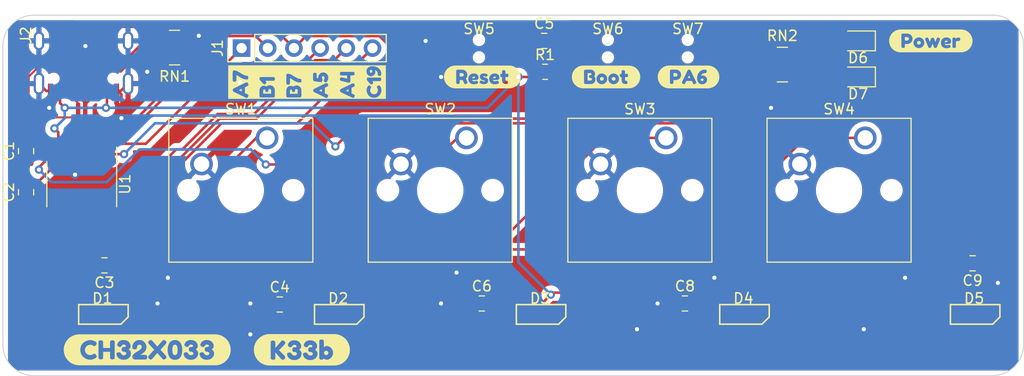
<source format=kicad_pcb>
(kicad_pcb (version 20221018) (generator pcbnew)
  (layers (0 "F.Cu" signal) (31 "B.Cu" signal) (34 "B.Paste" user) (35 "F.Paste" user) (36 "B.SilkS" user "B.Silkscreen") (37 "F.SilkS" user "F.Silkscreen") (38 "B.Mask" user) (39 "F.Mask" user) (44 "Edge.Cuts" user))
  (net 0 "")
  (net 1 "VSS")
  (net 2 "+5V")
  (net 3 "PB7")
  (net 4 "PC3")
  (net 5 "Net-(D1-DOUT)")
  (net 6 "Net-(D2-DOUT)")
  (net 7 "Net-(D3-DOUT)")
  (net 8 "Net-(D4-DOUT)")
  (net 10 "PA7")
  (net 11 "PB1")
  (net 12 "PA5")
  (net 13 "PA4")
  (net 14 "PC19")
  (net 15 "D+")
  (net 16 "D-")
  (net 17 "Net-(R1-Pad2)")
  (net 18 "PA0")
  (net 19 "PA1")
  (net 20 "PA2")
  (net 21 "PA3")
  (net 22 "PA6")
  (net 23 "PC18")
  (net 24 "PA9")
  (net 27 "Net-(J2-CC1)")
  (net 29 "Net-(J2-CC2)")
  (net 33 "Net-(D6-A)")
  (net 34 "Net-(D7-A)")
  (footprint "Capacitor_SMD:C_0805_2012Metric" (layer "F.Cu") (at 118.45 115)
    (fp_text reference "C6" (at 0 -1.68) (layer "F.SilkS"))
    (fp_text value "100nF")
    (pad "1" smd roundrect (at -0.95 0) (size 1 1.45) (layers "F.Cu" "F.Paste" "F.Mask") (net 1 "VSS"))
    (pad "2" smd roundrect (at 0.95 0) (size 1 1.45) (layers "F.Cu" "F.Paste" "F.Mask") (net 2 "+5V"))
  )
  (footprint "UL_LED:SK6812SIDE-A-RVS" (layer "F.Cu") (at 166.2 115.81)
    (fp_text reference "D5" (at 0 -1.3 unlocked) (layer "F.SilkS"))
    (fp_text value "WS2812B")
    (pad "1" smd rect (at -1.7 -0.085) (size 1 0.55) (layers "F.Cu" "F.Paste" "F.Mask") (net 8 "Net-(D4-DOUT)"))
    (pad "1" smd rect (at -1.475 -0.01) (size 0.55 1.2) (layers "F.Cu" "F.Paste" "F.Mask") (net 8 "Net-(D4-DOUT)"))
    (pad "2" smd rect (at -0.35 -0.01) (size 0.7 1.2) (layers "F.Cu" "F.Paste" "F.Mask") (net 2 "+5V"))
    (pad "3" smd rect (at 0.675 -0.01) (size 0.45 1.2) (layers "F.Cu" "F.Paste" "F.Mask"))
    (pad "4" smd rect (at 1.675 -0.01) (size 0.55 1.2) (layers "F.Cu" "F.Paste" "F.Mask") (net 1 "VSS"))
    (pad "4" smd rect (at 1.9 -0.075) (size 1 0.55) (layers "F.Cu" "F.Paste" "F.Mask") (net 1 "VSS"))
  )
  (footprint "UL_LED:SK6812SIDE-A-RVS" (layer "F.Cu") (at 143.825 115.81)
    (fp_text reference "D4" (at 0 -1.3 unlocked) (layer "F.SilkS"))
    (fp_text value "WS2812B")
    (pad "1" smd rect (at -1.7 -0.085) (size 1 0.55) (layers "F.Cu" "F.Paste" "F.Mask") (net 7 "Net-(D3-DOUT)"))
    (pad "1" smd rect (at -1.475 -0.01) (size 0.55 1.2) (layers "F.Cu" "F.Paste" "F.Mask") (net 7 "Net-(D3-DOUT)"))
    (pad "2" smd rect (at -0.35 -0.01) (size 0.7 1.2) (layers "F.Cu" "F.Paste" "F.Mask") (net 2 "+5V"))
    (pad "3" smd rect (at 0.675 -0.01) (size 0.45 1.2) (layers "F.Cu" "F.Paste" "F.Mask") (net 8 "Net-(D4-DOUT)"))
    (pad "4" smd rect (at 1.675 -0.01) (size 0.55 1.2) (layers "F.Cu" "F.Paste" "F.Mask") (net 1 "VSS"))
    (pad "4" smd rect (at 1.9 -0.075) (size 1 0.55) (layers "F.Cu" "F.Paste" "F.Mask") (net 1 "VSS"))
  )
  (footprint "Package_SO:TSSOP-20_4.4x6.5mm_P0.65mm" (layer "F.Cu") (at 79.65 103.4125 -90)
    (fp_text reference "U1" (at 0 -4.2 90) (layer "F.SilkS"))
    (fp_text value "CH32X033F8P6")
    (pad "1" smd roundrect (at -2.8625 -2.925 270) (size 1.475 0.4) (layers "F.Cu" "F.Paste" "F.Mask") (net 22 "PA6"))
    (pad "2" smd roundrect (at -2.8625 -2.275 270) (size 1.475 0.4) (layers "F.Cu" "F.Paste" "F.Mask") (net 10 "PA7"))
    (pad "3" smd roundrect (at -2.8625 -1.625 270) (size 1.475 0.4) (layers "F.Cu" "F.Paste" "F.Mask") (net 11 "PB1"))
    (pad "4" smd roundrect (at -2.8625 -0.975 270) (size 1.475 0.4) (layers "F.Cu" "F.Paste" "F.Mask") (net 3 "PB7"))
    (pad "5" smd roundrect (at -2.8625 -0.325 270) (size 1.475 0.4) (layers "F.Cu" "F.Paste" "F.Mask") (net 16 "D-"))
    (pad "6" smd roundrect (at -2.8625 0.325 270) (size 1.475 0.4) (layers "F.Cu" "F.Paste" "F.Mask") (net 15 "D+"))
    (pad "7" smd roundrect (at -2.8625 0.975 270) (size 1.475 0.4) (layers "F.Cu" "F.Paste" "F.Mask") (net 1 "VSS"))
    (pad "8" smd roundrect (at -2.8625 1.625 270) (size 1.475 0.4) (layers "F.Cu" "F.Paste" "F.Mask") (net 23 "PC18"))
    (pad "9" smd roundrect (at -2.8625 2.275 270) (size 1.475 0.4) (layers "F.Cu" "F.Paste" "F.Mask") (net 2 "+5V"))
    (pad "10" smd roundrect (at -2.8625 2.925 270) (size 1.475 0.4) (layers "F.Cu" "F.Paste" "F.Mask") (net 24 "PA9"))
    (pad "11" smd roundrect (at 2.8625 2.925 270) (size 1.475 0.4) (layers "F.Cu" "F.Paste" "F.Mask"))
    (pad "12" smd roundrect (at 2.8625 2.275 270) (size 1.475 0.4) (layers "F.Cu" "F.Paste" "F.Mask"))
    (pad "13" smd roundrect (at 2.8625 1.625 270) (size 1.475 0.4) (layers "F.Cu" "F.Paste" "F.Mask") (net 4 "PC3"))
    (pad "14" smd roundrect (at 2.8625 0.975 270) (size 1.475 0.4) (layers "F.Cu" "F.Paste" "F.Mask") (net 18 "PA0"))
    (pad "15" smd roundrect (at 2.8625 0.325 270) (size 1.475 0.4) (layers "F.Cu" "F.Paste" "F.Mask") (net 19 "PA1"))
    (pad "16" smd roundrect (at 2.8625 -0.325 270) (size 1.475 0.4) (layers "F.Cu" "F.Paste" "F.Mask") (net 20 "PA2"))
    (pad "17" smd roundrect (at 2.8625 -0.975 270) (size 1.475 0.4) (layers "F.Cu" "F.Paste" "F.Mask") (net 21 "PA3"))
    (pad "18" smd roundrect (at 2.8625 -1.625 270) (size 1.475 0.4) (layers "F.Cu" "F.Paste" "F.Mask") (net 14 "PC19"))
    (pad "19" smd roundrect (at 2.8625 -2.275 270) (size 1.475 0.4) (layers "F.Cu" "F.Paste" "F.Mask") (net 13 "PA4"))
    (pad "20" smd roundrect (at 2.8625 -2.925 270) (size 1.475 0.4) (layers "F.Cu" "F.Paste" "F.Mask") (net 12 "PA5"))
  )
  (footprint "Capacitor_SMD:C_0805_2012Metric" (layer "F.Cu") (at 124.5 89.5)
    (fp_text reference "C5" (at 0 -1.68) (layer "F.SilkS"))
    (fp_text value "100nF")
    (pad "1" smd roundrect (at -0.95 0) (size 1 1.45) (layers "F.Cu" "F.Paste" "F.Mask") (net 3 "PB7"))
    (pad "2" smd roundrect (at 0.95 0) (size 1 1.45) (layers "F.Cu" "F.Paste" "F.Mask") (net 1 "VSS"))
  )
  (footprint "UL_Buttons:TS-1185-C-A-B-B" (layer "F.Cu") (at 130.675 90.25)
    (fp_text reference "SW6" (at 0.01 -1.92 unlocked) (layer "F.SilkS"))
    (fp_text value "Boot")
    (pad "" np_thru_hole circle (at 0 -0.85) (size 0.7 0.7) (drill 0.7) (layers "F&B.Cu" "*.Mask"))
    (pad "" np_thru_hole circle (at 0 0.85) (size 0.7 0.7) (drill 0.7) (layers "F&B.Cu" "*.Mask"))
    (pad "1" smd rect (at -2.075 0) (size 1.25 1.7) (layers "F.Cu" "F.Paste" "F.Mask") (net 15 "D+"))
    (pad "2" smd rect (at 2.075 0) (size 1.25 1.7) (layers "F.Cu" "F.Paste" "F.Mask") (net 17 "Net-(R1-Pad2)"))
  )
  (footprint "Button_Switch_Keyboard:SW_Cherry_MX_1.00u_PCB" (layer "F.Cu") (at 136.32 98.92)
    (fp_text reference "SW3" (at -2.54 -2.794) (layer "F.SilkS"))
    (fp_text value "SW_Push_45deg")
    (pad "" np_thru_hole circle (at -7.62 5.08) (size 1.7 1.7) (drill 1.7) (layers "*.Cu" "*.Mask"))
    (pad "" np_thru_hole circle (at -2.54 5.08) (size 4 4) (drill 4) (layers "*.Cu" "*.Mask"))
    (pad "" np_thru_hole circle (at 2.54 5.08) (size 1.7 1.7) (drill 1.7) (layers "*.Cu" "*.Mask"))
    (pad "1" thru_hole circle (at 0 0) (size 2.2 2.2) (drill 1.5) (layers "*.Cu" "*.Mask") (net 19 "PA1"))
    (pad "2" thru_hole circle (at -6.35 2.54) (size 2.2 2.2) (drill 1.5) (layers "*.Cu" "*.Mask") (net 1 "VSS"))
  )
  (footprint "UL_LED:SK6812SIDE-A-RVS" (layer "F.Cu") (at 124.1 115.81)
    (fp_text reference "D3" (at 0 -1.3 unlocked) (layer "F.SilkS"))
    (fp_text value "WS2812B")
    (pad "1" smd rect (at -1.7 -0.085) (size 1 0.55) (layers "F.Cu" "F.Paste" "F.Mask") (net 6 "Net-(D2-DOUT)"))
    (pad "1" smd rect (at -1.475 -0.01) (size 0.55 1.2) (layers "F.Cu" "F.Paste" "F.Mask") (net 6 "Net-(D2-DOUT)"))
    (pad "2" smd rect (at -0.35 -0.01) (size 0.7 1.2) (layers "F.Cu" "F.Paste" "F.Mask") (net 2 "+5V"))
    (pad "3" smd rect (at 0.675 -0.01) (size 0.45 1.2) (layers "F.Cu" "F.Paste" "F.Mask") (net 7 "Net-(D3-DOUT)"))
    (pad "4" smd rect (at 1.675 -0.01) (size 0.55 1.2) (layers "F.Cu" "F.Paste" "F.Mask") (net 1 "VSS"))
    (pad "4" smd rect (at 1.9 -0.075) (size 1 0.55) (layers "F.Cu" "F.Paste" "F.Mask") (net 1 "VSS"))
  )
  (footprint "Capacitor_SMD:C_0805_2012Metric" (layer "F.Cu") (at 74.25 100.2 90)
    (fp_text reference "C1" (at 0 -1.68 90) (layer "F.SilkS"))
    (fp_text value "4.7uF")
    (pad "1" smd roundrect (at -0.95 0 90) (size 1 1.45) (layers "F.Cu" "F.Paste" "F.Mask") (net 1 "VSS"))
    (pad "2" smd roundrect (at 0.95 0 90) (size 1 1.45) (layers "F.Cu" "F.Paste" "F.Mask") (net 2 "+5V"))
  )
  (footprint "kibuzzard-65BAB04D" (layer "F.Cu") (at 101 119.5)
    (fp_text reference "kibuzzard-65BAB04D" hide)
    (fp_text value "G***" hide)
  )
  (footprint "Connector_PinHeader_2.54mm:PinHeader_1x06_P2.54mm_Vertical" (layer "F.Cu") (at 95.15 90.2 90)
    (fp_text reference "J1" (at 0 -2.33 90) (layer "F.SilkS"))
    (fp_text value "Conn_01x06")
    (pad "1" thru_hole rect (at 0 0 90) (size 1.7 1.7) (drill 1) (layers "*.Cu" "*.Mask") (net 10 "PA7"))
    (pad "2" thru_hole oval (at 0 2.54 90) (size 1.7 1.7) (drill 1) (layers "*.Cu" "*.Mask") (net 11 "PB1"))
    (pad "3" thru_hole oval (at 0 5.08 90) (size 1.7 1.7) (drill 1) (layers "*.Cu" "*.Mask") (net 3 "PB7"))
    (pad "4" thru_hole oval (at 0 7.62 90) (size 1.7 1.7) (drill 1) (layers "*.Cu" "*.Mask") (net 12 "PA5"))
    (pad "5" thru_hole oval (at 0 10.16 90) (size 1.7 1.7) (drill 1) (layers "*.Cu" "*.Mask") (net 13 "PA4"))
    (pad "6" thru_hole oval (at 0 12.7 90) (size 1.7 1.7) (drill 1) (layers "*.Cu" "*.Mask") (net 14 "PC19"))
  )
  (footprint "kibuzzard-65BAAB8A" (layer "F.Cu") (at 138.5 93)
    (fp_text reference "kibuzzard-65BAAB8A" hide)
    (fp_text value "G***" hide)
  )
  (footprint "UL_Buttons:TS-1185-C-A-B-B" (layer "F.Cu") (at 118.175 90.25)
    (fp_text reference "SW5" (at 0.01 -1.92 unlocked) (layer "F.SilkS"))
    (fp_text value "Reset")
    (pad "" np_thru_hole circle (at 0 -0.85) (size 0.7 0.7) (drill 0.7) (layers "F&B.Cu" "*.Mask"))
    (pad "" np_thru_hole circle (at 0 0.85) (size 0.7 0.7) (drill 0.7) (layers "F&B.Cu" "*.Mask"))
    (pad "1" smd rect (at -2.075 0) (size 1.25 1.7) (layers "F.Cu" "F.Paste" "F.Mask") (net 1 "VSS"))
    (pad "2" smd rect (at 2.075 0) (size 1.25 1.7) (layers "F.Cu" "F.Paste" "F.Mask") (net 3 "PB7"))
  )
  (footprint "Capacitor_SMD:C_0805_2012Metric" (layer "F.Cu") (at 166.05 111.1 180)
    (fp_text reference "C9" (at 0 -1.68) (layer "F.SilkS"))
    (fp_text value "100nF")
    (pad "1" smd roundrect (at -0.95 0 180) (size 1 1.45) (layers "F.Cu" "F.Paste" "F.Mask") (net 1 "VSS"))
    (pad "2" smd roundrect (at 0.95 0 180) (size 1 1.45) (layers "F.Cu" "F.Paste" "F.Mask") (net 2 "+5V"))
  )
  (footprint "Capacitor_SMD:C_0805_2012Metric" (layer "F.Cu") (at 74.25 104.2 90)
    (fp_text reference "C2" (at 0 -1.68 90) (layer "F.SilkS"))
    (fp_text value "100nF")
    (pad "1" smd roundrect (at -0.95 0 90) (size 1 1.45) (layers "F.Cu" "F.Paste" "F.Mask") (net 1 "VSS"))
    (pad "2" smd roundrect (at 0.95 0 90) (size 1 1.45) (layers "F.Cu" "F.Paste" "F.Mask") (net 2 "+5V"))
  )
  (footprint "Button_Switch_Keyboard:SW_Cherry_MX_1.00u_PCB" (layer "F.Cu") (at 97.62 98.92)
    (fp_text reference "SW1" (at -2.54 -2.794) (layer "F.SilkS"))
    (fp_text value "SW_Push_45deg")
    (pad "" np_thru_hole circle (at -7.62 5.08) (size 1.7 1.7) (drill 1.7) (layers "*.Cu" "*.Mask"))
    (pad "" np_thru_hole circle (at -2.54 5.08) (size 4 4) (drill 4) (layers "*.Cu" "*.Mask"))
    (pad "" np_thru_hole circle (at 2.54 5.08) (size 1.7 1.7) (drill 1.7) (layers "*.Cu" "*.Mask"))
    (pad "1" thru_hole circle (at 0 0) (size 2.2 2.2) (drill 1.5) (layers "*.Cu" "*.Mask") (net 21 "PA3"))
    (pad "2" thru_hole circle (at -6.35 2.54) (size 2.2 2.2) (drill 1.5) (layers "*.Cu" "*.Mask") (net 1 "VSS"))
  )
  (footprint "Button_Switch_Keyboard:SW_Cherry_MX_1.00u_PCB" (layer "F.Cu") (at 116.96 98.92)
    (fp_text reference "SW2" (at -2.54 -2.794) (layer "F.SilkS"))
    (fp_text value "SW_Push_45deg")
    (pad "" np_thru_hole circle (at -7.62 5.08) (size 1.7 1.7) (drill 1.7) (layers "*.Cu" "*.Mask"))
    (pad "" np_thru_hole circle (at -2.54 5.08) (size 4 4) (drill 4) (layers "*.Cu" "*.Mask"))
    (pad "" np_thru_hole circle (at 2.54 5.08) (size 1.7 1.7) (drill 1.7) (layers "*.Cu" "*.Mask"))
    (pad "1" thru_hole circle (at 0 0) (size 2.2 2.2) (drill 1.5) (layers "*.Cu" "*.Mask") (net 20 "PA2"))
    (pad "2" thru_hole circle (at -6.35 2.54) (size 2.2 2.2) (drill 1.5) (layers "*.Cu" "*.Mask") (net 1 "VSS"))
  )
  (footprint "UL_LED:SK6812SIDE-A-RVS" (layer "F.Cu") (at 81.65 115.81)
    (fp_text reference "D1" (at 0 -1.3 unlocked) (layer "F.SilkS"))
    (fp_text value "WS2812B")
    (pad "1" smd rect (at -1.7 -0.085) (size 1 0.55) (layers "F.Cu" "F.Paste" "F.Mask") (net 4 "PC3"))
    (pad "1" smd rect (at -1.475 -0.01) (size 0.55 1.2) (layers "F.Cu" "F.Paste" "F.Mask") (net 4 "PC3"))
    (pad "2" smd rect (at -0.35 -0.01) (size 0.7 1.2) (layers "F.Cu" "F.Paste" "F.Mask") (net 2 "+5V"))
    (pad "3" smd rect (at 0.675 -0.01) (size 0.45 1.2) (layers "F.Cu" "F.Paste" "F.Mask") (net 5 "Net-(D1-DOUT)"))
    (pad "4" smd rect (at 1.675 -0.01) (size 0.55 1.2) (layers "F.Cu" "F.Paste" "F.Mask") (net 1 "VSS"))
    (pad "4" smd rect (at 1.9 -0.075) (size 1 0.55) (layers "F.Cu" "F.Paste" "F.Mask") (net 1 "VSS"))
  )
  (footprint "Resistor_SMD:R_Array_Convex_4x0603" (layer "F.Cu") (at 147.6 91.8)
    (fp_text reference "RN2" (at 0 -2.8) (layer "F.SilkS"))
    (fp_text value "R_Pack04")
    (pad "1" smd rect (at -0.9 -1.2) (size 0.8 0.5) (layers "F.Cu" "F.Paste" "F.Mask") (net 2 "+5V"))
    (pad "2" smd rect (at -0.9 -0.4) (size 0.8 0.4) (layers "F.Cu" "F.Paste" "F.Mask") (net 2 "+5V"))
    (pad "3" smd rect (at -0.9 0.4) (size 0.8 0.4) (layers "F.Cu" "F.Paste" "F.Mask") (net 24 "PA9"))
    (pad "4" smd rect (at -0.9 1.2) (size 0.8 0.5) (layers "F.Cu" "F.Paste" "F.Mask") (net 24 "PA9"))
    (pad "5" smd rect (at 0.9 1.2) (size 0.8 0.5) (layers "F.Cu" "F.Paste" "F.Mask") (net 34 "Net-(D7-A)"))
    (pad "6" smd rect (at 0.9 0.4) (size 0.8 0.4) (layers "F.Cu" "F.Paste" "F.Mask") (net 34 "Net-(D7-A)"))
    (pad "7" smd rect (at 0.9 -0.4) (size 0.8 0.4) (layers "F.Cu" "F.Paste" "F.Mask") (net 33 "Net-(D6-A)"))
    (pad "8" smd rect (at 0.9 -1.2) (size 0.8 0.5) (layers "F.Cu" "F.Paste" "F.Mask") (net 33 "Net-(D6-A)"))
  )
  (footprint "kibuzzard-65BAAB5D" (layer "F.Cu") (at 118.5 93)
    (fp_text reference "kibuzzard-65BAAB5D" hide)
    (fp_text value "G***" hide)
  )
  (footprint "UL_LED:SK6812SIDE-A-RVS" (layer "F.Cu") (at 104.525 115.81)
    (fp_text reference "D2" (at 0 -1.3 unlocked) (layer "F.SilkS"))
    (fp_text value "WS2812B")
    (pad "1" smd rect (at -1.7 -0.085) (size 1 0.55) (layers "F.Cu" "F.Paste" "F.Mask") (net 5 "Net-(D1-DOUT)"))
    (pad "1" smd rect (at -1.475 -0.01) (size 0.55 1.2) (layers "F.Cu" "F.Paste" "F.Mask") (net 5 "Net-(D1-DOUT)"))
    (pad "2" smd rect (at -0.35 -0.01) (size 0.7 1.2) (layers "F.Cu" "F.Paste" "F.Mask") (net 2 "+5V"))
    (pad "3" smd rect (at 0.675 -0.01) (size 0.45 1.2) (layers "F.Cu" "F.Paste" "F.Mask") (net 6 "Net-(D2-DOUT)"))
    (pad "4" smd rect (at 1.675 -0.01) (size 0.55 1.2) (layers "F.Cu" "F.Paste" "F.Mask") (net 1 "VSS"))
    (pad "4" smd rect (at 1.9 -0.075) (size 1 0.55) (layers "F.Cu" "F.Paste" "F.Mask") (net 1 "VSS"))
  )
  (footprint "Capacitor_SMD:C_0805_2012Metric" (layer "F.Cu") (at 81.85 111.3 180)
    (fp_text reference "C3" (at 0 -1.68) (layer "F.SilkS"))
    (fp_text value "100nF")
    (pad "1" smd roundrect (at -0.95 0 180) (size 1 1.45) (layers "F.Cu" "F.Paste" "F.Mask") (net 1 "VSS"))
    (pad "2" smd roundrect (at 0.95 0 180) (size 1 1.45) (layers "F.Cu" "F.Paste" "F.Mask") (net 2 "+5V"))
  )
  (footprint "Capacitor_SMD:C_0805_2012Metric" (layer "F.Cu") (at 98.85 115.1)
    (fp_text reference "C4" (at 0 -1.68) (layer "F.SilkS"))
    (fp_text value "100nF")
    (pad "1" smd roundrect (at -0.95 0) (size 1 1.45) (layers "F.Cu" "F.Paste" "F.Mask") (net 1 "VSS"))
    (pad "2" smd roundrect (at 0.95 0) (size 1 1.45) (layers "F.Cu" "F.Paste" "F.Mask") (net 2 "+5V"))
  )
  (footprint "LED_SMD:LED_0805_2012Metric" (layer "F.Cu") (at 154.9375 93 180)
    (fp_text reference "D7" (at 0 -1.65) (layer "F.SilkS"))
    (fp_text value "LED_Small")
    (pad "1" smd roundrect (at -0.9375 0 180) (size 0.975 1.4) (layers "F.Cu" "F.Paste" "F.Mask") (net 1 "VSS"))
    (pad "2" smd roundrect (at 0.9375 0 180) (size 0.975 1.4) (layers "F.Cu" "F.Paste" "F.Mask") (net 34 "Net-(D7-A)"))
  )
  (footprint "kibuzzard-65BAB00C" (layer "F.Cu") (at 86 119.5)
    (fp_text reference "kibuzzard-65BAB00C" hide)
    (fp_text value "G***" hide)
  )
  (footprint "Resistor_SMD:R_Array_Convex_4x0603" (layer "F.Cu") (at 88.65 90.15 180)
    (fp_text reference "RN1" (at 0 -2.8) (layer "F.SilkS"))
    (fp_text value "5.1k")
    (pad "1" smd rect (at -0.9 -1.2 180) (size 0.8 0.5) (layers "F.Cu" "F.Paste" "F.Mask") (net 1 "VSS"))
    (pad "2" smd rect (at -0.9 -0.4 180) (size 0.8 0.4) (layers "F.Cu" "F.Paste" "F.Mask") (net 1 "VSS"))
    (pad "3" smd rect (at -0.9 0.4 180) (size 0.8 0.4) (layers "F.Cu" "F.Paste" "F.Mask") (net 1 "VSS"))
    (pad "4" smd rect (at -0.9 1.2 180) (size 0.8 0.5) (layers "F.Cu" "F.Paste" "F.Mask") (net 1 "VSS"))
    (pad "5" smd rect (at 0.9 1.2 180) (size 0.8 0.5) (layers "F.Cu" "F.Paste" "F.Mask") (net 29 "Net-(J2-CC2)"))
    (pad "6" smd rect (at 0.9 0.4 180) (size 0.8 0.4) (layers "F.Cu" "F.Paste" "F.Mask") (net 27 "Net-(J2-CC1)"))
    (pad "7" smd rect (at 0.9 -0.4 180) (size 0.8 0.4) (layers "F.Cu" "F.Paste" "F.Mask"))
    (pad "8" smd rect (at 0.9 -1.2 180) (size 0.8 0.5) (layers "F.Cu" "F.Paste" "F.Mask"))
  )
  (footprint "kibuzzard-65BAAB6D" (layer "F.Cu") (at 130.5 93)
    (fp_text reference "kibuzzard-65BAAB6D" hide)
    (fp_text value "G***" hide)
  )
  (footprint "BadgePiratesFootprint:USB_C_Receptical-Jing" (layer "F.Cu") (at 79.82 93.65 180)
    (fp_text reference "J2" (at 5.575 4.7 90) (layer "F.SilkS"))
    (fp_text value "USB_C_Receptacle")
    (pad "" np_thru_hole circle (at -2.89 0.5 180) (size 0.65 0.65) (drill 0.65) (layers "*.Cu" "*.Mask"))
    (pad "" np_thru_hole circle (at 2.89 0.5 180) (size 0.65 0.65) (drill 0.65) (layers "*.Cu" "*.Mask"))
    (pad "A1" smd rect (at -3.325 -0.7 180) (size 0.25 1.4) (layers "F.Cu" "F.Paste" "F.Mask") (net 1 "VSS"))
    (pad "A4" smd rect (at -2.525 -0.7 180) (size 0.25 1.4) (layers "F.Cu" "F.Paste" "F.Mask") (net 2 "+5V"))
    (pad "A5" smd rect (at -1.25 -0.7 180) (size 0.25 1.4) (layers "F.Cu" "F.Paste" "F.Mask") (net 27 "Net-(J2-CC1)"))
    (pad "A6" smd rect (at -0.25 -0.7 180) (size 0.25 1.4) (layers "F.Cu" "F.Paste" "F.Mask") (net 15 "D+"))
    (pad "A7" smd rect (at 0.25 -0.7 180) (size 0.25 1.4) (layers "F.Cu" "F.Paste" "F.Mask") (net 16 "D-"))
    (pad "A8" smd rect (at -1.75 -0.7 180) (size 0.25 1.4) (layers "F.Cu" "F.Paste" "F.Mask"))
    (pad "A9" smd rect (at 2.525 -0.7 180) (size 0.25 1.4) (layers "F.Cu" "F.Paste" "F.Mask") (net 2 "+5V"))
    (pad "A12" smd rect (at 3.325 -0.7 180) (size 0.25 1.4) (layers "F.Cu" "F.Paste" "F.Mask") (net 1 "VSS"))
    (pad "B1" smd rect (at 3.075 -0.7 180) (size 0.25 1.4) (layers "F.Cu" "F.Paste" "F.Mask") (net 1 "VSS"))
    (pad "B4" smd rect (at 2.275 -0.7 180) (size 0.25 1.4) (layers "F.Cu" "F.Paste" "F.Mask") (net 2 "+5V"))
    (pad "B5" smd rect (at 1.75 -0.7 180) (size 0.25 1.4) (layers "F.Cu" "F.Paste" "F.Mask") (net 29 "Net-(J2-CC2)"))
    (pad "B6" smd rect (at 0.75 -0.7 180) (size 0.25 1.4) (layers "F.Cu" "F.Paste" "F.Mask") (net 15 "D+"))
    (pad "B7" smd rect (at -0.75 -0.7 180) (size 0.25 1.4) (layers "F.Cu" "F.Paste" "F.Mask") (net 16 "D-"))
    (pad "B8" smd rect (at 1.25 -0.7 180) (size 0.25 1.4) (layers "F.Cu" "F.Paste" "F.Mask"))
    (pad "B9" smd rect (at -2.275 -0.7 180) (size 0.25 1.4) (layers "F.Cu" "F.Paste" "F.Mask") (net 2 "+5V"))
    (pad "B12" smd rect (at -3.075 -0.7 180) (size 0.25 1.4) (layers "F.Cu" "F.Paste" "F.Mask") (net 1 "VSS"))
    (pad "S1" thru_hole oval (at -4.32 0 180) (size 1 2.1) (drill oval 0.6 1.7) (layers "*.Cu" "*.Mask") (net 1 "VSS"))
    (pad "S1" thru_hole oval (at -4.32 4.15 180) (size 1 1.8) (drill oval 0.6 1.4) (layers "*.Cu" "*.Mask") (net 1 "VSS"))
    (pad "S1" thru_hole oval (at 4.32 0 180) (size 1 2.1) (drill oval 0.6 1.7) (layers "*.Cu" "*.Mask") (net 1 "VSS"))
    (pad "S1" thru_hole oval (at 4.32 4.15 180) (size 1 1.8) (drill oval 0.6 1.4) (layers "*.Cu" "*.Mask") (net 1 "VSS"))
  )
  (footprint "Resistor_SMD:R_0805_2012Metric" (layer "F.Cu") (at 124.5875 92.5)
    (fp_text reference "R1" (at 0 -1.65) (layer "F.SilkS"))
    (fp_text value "4k7")
    (pad "1" smd roundrect (at -0.9125 0) (size 1.025 1.4) (layers "F.Cu" "F.Paste" "F.Mask") (roundrect_rratio 0.243902439) (net 2 "+5V"))
    (pad "2" smd roundrect (at 0.9125 0) (size 1.025 1.4) (layers "F.Cu" "F.Paste" "F.Mask") (roundrect_rratio 0.243902439) (net 17 "Net-(R1-Pad2)"))
  )
  (footprint "kibuzzard-65BAAF97" (layer "F.Cu") (at 101.5 93.5 90)
    (fp_text reference "kibuzzard-65BAAF97" hide)
    (fp_text value "G***" hide)
  )
  (footprint "Capacitor_SMD:C_0805_2012Metric" (layer "F.Cu") (at 138.15 115)
    (fp_text reference "C8" (at 0 -1.68) (layer "F.SilkS"))
    (fp_text value "100nF")
    (pad "1" smd roundrect (at -0.95 0) (size 1 1.45) (layers "F.Cu" "F.Paste" "F.Mask") (net 1 "VSS"))
    (pad "2" smd roundrect (at 0.95 0) (size 1 1.45) (layers "F.Cu" "F.Paste" "F.Mask") (net 2 "+5V"))
  )
  (footprint "Button_Switch_Keyboard:SW_Cherry_MX_1.00u_PCB" (layer "F.Cu") (at 155.64 98.92)
    (fp_text reference "SW4" (at -2.54 -2.794) (layer "F.SilkS"))
    (fp_text value "SW_Push_45deg")
    (pad "" np_thru_hole circle (at -7.62 5.08) (size 1.7 1.7) (drill 1.7) (layers "*.Cu" "*.Mask"))
    (pad "" np_thru_hole circle (at -2.54 5.08) (size 4 4) (drill 4) (layers "*.Cu" "*.Mask"))
    (pad "" np_thru_hole circle (at 2.54 5.08) (size 1.7 1.7) (drill 1.7) (layers "*.Cu" "*.Mask"))
    (pad "1" thru_hole circle (at 0 0) (size 2.2 2.2) (drill 1.5) (layers "*.Cu" "*.Mask") (net 18 "PA0"))
    (pad "2" thru_hole circle (at -6.35 2.54) (size 2.2 2.2) (drill 1.5) (layers "*.Cu" "*.Mask") (net 1 "VSS"))
  )
  (footprint "UL_Buttons:TS-1185-C-A-B-B" (layer "F.Cu") (at 138.425 90.25)
    (fp_text reference "SW7" (at 0.01 -1.92 unlocked) (layer "F.SilkS"))
    (fp_text value "ChKeys")
    (pad "" np_thru_hole circle (at 0 -0.85) (size 0.7 0.7) (drill 0.7) (layers "F&B.Cu" "*.Mask"))
    (pad "" np_thru_hole circle (at 0 0.85) (size 0.7 0.7) (drill 0.7) (layers "F&B.Cu" "*.Mask"))
    (pad "1" smd rect (at -2.075 0) (size 1.25 1.7) (layers "F.Cu" "F.Paste" "F.Mask") (net 22 "PA6"))
    (pad "2" smd rect (at 2.075 0) (size 1.25 1.7) (layers "F.Cu" "F.Paste" "F.Mask") (net 1 "VSS"))
  )
  (footprint "LED_SMD:LED_0805_2012Metric" (layer "F.Cu") (at 154.9375 89.5 180)
    (fp_text reference "D6" (at 0 -1.65) (layer "F.SilkS"))
    (fp_text value "LED_Small")
    (pad "1" smd roundrect (at -0.9375 0 180) (size 0.975 1.4) (layers "F.Cu" "F.Paste" "F.Mask") (net 1 "VSS"))
    (pad "2" smd roundrect (at 0.9375 0 180) (size 0.975 1.4) (layers "F.Cu" "F.Paste" "F.Mask") (net 33 "Net-(D6-A)"))
  )
  (footprint "kibuzzard-65BAAF54" (layer "F.Cu") (at 162 89.5)
    (fp_text reference "kibuzzard-65BAAF54" hide)
    (fp_text value "G***" hide)
  )
  (gr_line (start 168 122) (end 75 122) (stroke (width 0.1)) (layer "Edge.Cuts"))
  (gr_arc (start 168 87) (mid 170.12132 87.87868) (end 171 90) (stroke (width 0.1)) (layer "Edge.Cuts"))
  (gr_arc (start 72 90) (mid 72.87868 87.87868) (end 75 87) (stroke (width 0.1)) (layer "Edge.Cuts"))
  (gr_line (start 72 119) (end 72 90) (stroke (width 0.1)) (layer "Edge.Cuts"))
  (gr_arc (start 75 122) (mid 72.87868 121.12132) (end 72 119) (stroke (width 0.1)) (layer "Edge.Cuts"))
  (gr_arc (start 171 119) (mid 170.12132 121.12132) (end 168 122) (stroke (width 0.1)) (layer "Edge.Cuts"))
  (gr_line (start 75 87) (end 168 87) (stroke (width 0.1)) (layer "Edge.Cuts"))
  (gr_line (start 171 90) (end 171 119) (stroke (width 0.1)) (layer "Edge.Cuts"))
  (segment (start 83.145 94.35) (end 83.44 94.35) (width 0.25) (layer "F.Cu") (net 1))
  (segment (start 76.5 96) (end 76.5 94.595) (width 0.25) (layer "F.Cu") (net 1))
  (segment (start 76.745 94.35) (end 76.2 94.35) (width 0.25) (layer "F.Cu") (net 1))
  (segment (start 78.675 100.55) (end 78.675 102.162347) (width 0.25) (layer "F.Cu") (net 1))
  (segment (start 83.44 94.35) (end 84.14 93.65) (width 0.25) (layer "F.Cu") (net 1))
  (segment (start 78.675 102.162347) (end 79 102.487347) (width 0.25) (layer "F.Cu") (net 1))
  (segment (start 83.5 97) (end 83.5 94.705) (width 0.25) (layer "F.Cu") (net 1))
  (segment (start 76.2 94.35) (end 75.5 93.65) (width 0.25) (layer "F.Cu") (net 1))
  (segment (start 76.5 94.595) (end 76.745 94.35) (width 0.25) (layer "F.Cu") (net 1))
  (segment (start 83.5 94.705) (end 83.145 94.35) (width 0.25) (layer "F.Cu") (net 1))
  (via (at 141 112.5) (size 0.8) (drill 0.4) (layers "F.Cu" "B.Cu") (net 1))
  (via (at 96 115) (size 0.8) (drill 0.4) (layers "F.Cu" "B.Cu") (net 1))
  (via (at 168.5 113) (size 0.8) (drill 0.4) (layers "F.Cu" "B.Cu") (net 1))
  (via (at 95 93.5) (size 0.8) (drill 0.4) (layers "F.Cu" "B.Cu") (net 1))
  (via (at 91 89) (size 0.8) (drill 0.4) (layers "F.Cu" "B.Cu") (net 1))
  (via (at 96 118) (size 0.8) (drill 0.4) (layers "F.Cu" "B.Cu") (net 1))
  (via (at 116 112) (size 0.8) (drill 0.4) (layers "F.Cu" "B.Cu") (net 1))
  (via (at 87 115) (size 0.8) (drill 0.4) (layers "F.Cu" "B.Cu") (net 1))
  (via (at 133.5 117.5) (size 0.8) (drill 0.4) (layers "F.Cu" "B.Cu") (net 1))
  (via (at 155.5 117.5) (size 0.8) (drill 0.4) (layers "F.Cu" "B.Cu") (net 1))
  (via (at 79 102.487347) (size 0.8) (drill 0.4) (layers "F.Cu" "B.Cu") (net 1))
  (via (at 86 92.5) (size 0.8) (drill 0.4) (layers "F.Cu" "B.Cu") (net 1))
  (via (at 113 89.5) (size 0.8) (drill 0.4) (layers "F.Cu" "B.Cu") (net 1))
  (via (at 114.5 115) (size 0.8) (drill 0.4) (layers "F.Cu" "B.Cu") (net 1))
  (via (at 83.5 97) (size 0.8) (drill 0.4) (layers "F.Cu" "B.Cu") (net 1))
  (via (at 135.5 115) (size 0.8) (drill 0.4) (layers "F.Cu" "B.Cu") (net 1))
  (via (at 114.5 93) (size 0.8) (drill 0.4) (layers "F.Cu" "B.Cu") (net 1))
  (via (at 76.5 96) (size 0.8) (drill 0.4) (layers "F.Cu" "B.Cu") (net 1))
  (via (at 146.5 96) (size 0.8) (drill 0.4) (layers "F.Cu" "B.Cu") (net 1))
  (via (at 159.5 112.5) (size 0.8) (drill 0.4) (layers "F.Cu" "B.Cu") (net 1))
  (via (at 80 90) (size 0.8) (drill 0.4) (layers "F.Cu" "B.Cu") (net 1))
  (via (at 88 112.5) (size 0.8) (drill 0.4) (layers "F.Cu" "B.Cu") (net 1))
  (segment (start 129.227208 94) (end 125.175 94) (width 0.25) (layer "F.Cu") (net 2))
  (segment (start 77.545 94.35) (end 77.545 95.545) (width 0.25) (layer "F.Cu") (net 2))
  (segment (start 77.295 94.35) (end 77.545 94.35) (width 0.25) (layer "F.Cu") (net 2))
  (segment (start 77.375 98.375) (end 77.375 99) (width 0.25) (layer "F.Cu") (net 2))
  (segment (start 143.475 115.54038) (end 147.91538 111.1) (width 0.25) (layer "F.Cu") (net 2))
  (segment (start 118.35 113.95) (end 119.4 115) (width 0.25) (layer "F.Cu") (net 2))
  (segment (start 77.375 101.238542) (end 75.363542 103.25) (width 0.25) (layer "F.Cu") (net 2))
  (segment (start 123.75 115.8) (end 123.75 115.54038) (width 0.25) (layer "F.Cu") (net 2))
  (segment (start 82 96) (end 82.095 95.905) (width 0.25) (layer "F.Cu") (net 2))
  (segment (start 82.095 95.905) (end 82.095 94.35) (width 0.25) (layer "F.Cu") (net 2))
  (segment (start 143.475 114.975) (end 143.475 115.8) (width 0.25) (layer "F.Cu") (net 2))
  (segment (start 122 93) (end 123.175 93) (width 0.25) (layer "F.Cu") (net 2))
  (segment (start 123.75 115.025) (end 123.75 115.8) (width 0.25) (layer "F.Cu") (net 2))
  (segment (start 77 98) (end 77.375 98.375) (width 0.25) (layer "F.Cu") (net 2))
  (segment (start 83.736016 114.05) (end 98.75 114.05) (width 0.25) (layer "F.Cu") (net 2))
  (segment (start 82.345 94.35) (end 82.095 94.35) (width 0.25) (layer "F.Cu") (net 2))
  (segment (start 104.175 115.8) (end 104.175 115.54038) (width 0.25) (layer "F.Cu") (net 2))
  (segment (start 165.85 111.85) (end 165.85 115.8) (width 0.25) (layer "F.Cu") (net 2))
  (segment (start 104.175 115.59038) (end 104.175 115.8) (width 0.25) (layer "F.Cu") (net 2))
  (segment (start 80.9 111.3) (end 80.9 115.4) (width 0.25) (layer "F.Cu") (net 2))
  (segment (start 144.775 88.675) (end 135.325 88.675) (width 0.25) (layer "F.Cu") (net 2))
  (segment (start 138.05 113.95) (end 139.1 115) (width 0.25) (layer "F.Cu") (net 2))
  (segment (start 105.76538 113.95) (end 118.35 113.95) (width 0.25) (layer "F.Cu") (net 2))
  (segment (start 99.8 115.1) (end 100.025 114.875) (width 0.25) (layer "F.Cu") (net 2))
  (segment (start 143.475 115.8) (end 143.475 115.54038) (width 0.25) (layer "F.Cu") (net 2))
  (segment (start 98.75 114.05) (end 99.8 115.1) (width 0.25) (layer "F.Cu") (net 2))
  (segment (start 125.175 94) (end 123.675 92.5) (width 0.25) (layer "F.Cu") (net 2))
  (segment (start 125.34038 113.95) (end 138.05 113.95) (width 0.25) (layer "F.Cu") (net 2))
  (segment (start 77.375 99) (end 74.5 99) (width 0.25) (layer "F.Cu") (net 2))
  (segment (start 135.325 89.60962) (end 132.65962 92.275) (width 0.25) (layer "F.Cu") (net 2))
  (segment (start 146.7 91.4) (end 146.7 90.6) (width 0.25) (layer "F.Cu") (net 2))
  (segment (start 123.75 115.54038) (end 125.14519 114.14519) (width 0.25) (layer "F.Cu") (net 2))
  (segment (start 100.025 114.875) (end 103.45962 114.875) (width 0.25) (layer "F.Cu") (net 2))
  (segment (start 139.225 114.875) (end 143.375 114.875) (width 0.25) (layer "F.Cu") (net 2))
  (segment (start 130.952208 92.275) (end 129.227208 94) (width 0.25) (layer "F.Cu") (net 2))
  (segment (start 80.9 111.3) (end 80.986016 111.3) (width 0.25) (layer "F.Cu") (net 2))
  (segment (start 143.375 114.875) (end 143.475 114.975) (width 0.25) (layer "F.Cu") (net 2))
  (segment (start 146.7 90.6) (end 144.775 88.675) (width 0.25) (layer "F.Cu") (net 2))
  (segment (start 135.325 88.675) (end 135.325 89.60962) (width 0.25) (layer "F.Cu") (net 2))
  (segment (start 165.1 111.1) (end 165.85 111.85) (width 0.25) (layer "F.Cu") (net 2))
  (segment (start 125.14519 114.14519) (end 125.34038 113.95) (width 0.25) (layer "F.Cu") (net 2))
  (segment (start 147.91538 111.1) (end 165.1 111.1) (width 0.25) (layer "F.Cu") (net 2))
  (segment (start 123.175 93) (end 123.675 92.5) (width 0.25) (layer "F.Cu") (net 2))
  (segment (start 132.65962 92.275) (end 130.952208 92.275) (width 0.25) (layer "F.Cu") (net 2))
  (segment (start 77.375 100.55) (end 77.375 101.238542) (width 0.25) (layer "F.Cu") (net 2))
  (segment (start 103.45962 114.875) (end 104.175 115.59038) (width 0.25) (layer "F.Cu") (net 2))
  (segment (start 75.363542 103.25) (end 74.25 103.25) (width 0.25) (layer "F.Cu") (net 2))
  (segment (start 104.175 115.54038) (end 105.76538 113.95) (width 0.25) (layer "F.Cu") (net 2))
  (segment (start 139.1 115) (end 139.225 114.875) (width 0.25) (layer "F.Cu") (net 2))
  (segment (start 77.375 99) (end 77.375 100.55) (width 0.25) (layer "F.Cu") (net 2))
  (segment (start 119.4 115) (end 119.525 114.875) (width 0.25) (layer "F.Cu") (net 2))
  (segment (start 80.986016 111.3) (end 83.736016 114.05) (width 0.25) (layer "F.Cu") (net 2))
  (segment (start 80.9 115.4) (end 81.3 115.8) (width 0.25) (layer "F.Cu") (net 2))
  (segment (start 119.525 114.875) (end 123.6 114.875) (width 0.25) (layer "F.Cu") (net 2))
  (segment (start 123.6 114.875) (end 123.75 115.025) (width 0.25) (layer "F.Cu") (net 2))
  (segment (start 77.545 95.545) (end 78 96) (width 0.25) (layer "F.Cu") (net 2))
  (segment (start 74.5 99) (end 74.25 99.25) (width 0.25) (layer "F.Cu") (net 2))
  (via (at 122 93) (size 0.8) (drill 0.4) (layers "F.Cu" "B.Cu") (net 2))
  (via (at 78 96) (size 0.8) (drill 0.4) (layers "F.Cu" "B.Cu") (net 2))
  (via (at 77 98) (size 0.8) (drill 0.4) (layers "F.Cu" "B.Cu") (net 2))
  (via (at 82 96) (size 0.8) (drill 0.4) (layers "F.Cu" "B.Cu") (net 2))
  (via (at 125.14519 114.14519) (size 0.8) (drill 0.4) (layers "F.Cu" "B.Cu") (net 2))
  (segment (start 82 96) (end 119 96) (width 0.25) (layer "B.Cu") (net 2))
  (segment (start 78 96) (end 82 96) (width 0.25) (layer "B.Cu") (net 2))
  (segment (start 78 96) (end 78 97) (width 0.25) (layer "B.Cu") (net 2))
  (segment (start 78 97) (end 77 98) (width 0.25) (layer "B.Cu") (net 2))
  (segment (start 122 93) (end 122 111) (width 0.25) (layer "B.Cu") (net 2))
  (segment (start 119 96) (end 122 93) (width 0.25) (layer "B.Cu") (net 2))
  (segment (start 122 111) (end 125.14519 114.14519) (width 0.25) (layer "B.Cu") (net 2))
  (segment (start 98.605 88.575) (end 93.43462 88.575) (width 0.25) (layer "F.Cu") (net 3))
  (segment (start 100.23 90.2) (end 98.605 88.575) (width 0.25) (layer "F.Cu") (net 3))
  (segment (start 81.6625 98.5875) (end 80.625 99.625) (width 0.25) (layer "F.Cu") (net 3))
  (segment (start 101.400344 89.029656) (end 100.23 90.2) (width 0.25) (layer "F.Cu") (net 3))
  (segment (start 121 89.5) (end 123.55 89.5) (width 0.25) (layer "F.Cu") (net 3))
  (segment (start 83.42212 98.5875) (end 81.6625 98.5875) (width 0.25) (layer "F.Cu") (net 3))
  (segment (start 110.925 91.425) (end 108.529656 89.029656) (width 0.25) (layer "F.Cu") (net 3))
  (segment (start 116.85962 91.425) (end 110.925 91.425) (width 0.25) (layer "F.Cu") (net 3))
  (segment (start 117.45 90.799695) (end 117.45 90.83462) (width 0.25) (layer "F.Cu") (net 3))
  (segment (start 80.625 99.625) (end 80.625 100.55) (width 0.25) (layer "F.Cu") (net 3))
  (segment (start 93.43462 88.575) (end 83.42212 98.5875) (width 0.25) (layer "F.Cu") (net 3))
  (segment (start 108.529656 89.029656) (end 101.400344 89.029656) (width 0.25) (layer "F.Cu") (net 3))
  (segment (start 117.45 90.83462) (end 116.85962 91.425) (width 0.25) (layer "F.Cu") (net 3))
  (segment (start 120.25 90.25) (end 121 89.5) (width 0.25) (layer "F.Cu") (net 3))
  (segment (start 117.999695 90.25) (end 117.45 90.799695) (width 0.25) (layer "F.Cu") (net 3))
  (segment (start 120.25 90.25) (end 117.999695 90.25) (width 0.25) (layer "F.Cu") (net 3))
  (segment (start 80.175 115.8) (end 78.025 113.65) (width 0.25) (layer "F.Cu") (net 4))
  (segment (start 78.025 113.65) (end 78.025 106.275) (width 0.25) (layer "F.Cu") (net 4))
  (segment (start 85.94038 116.25) (end 102.6 116.25) (width 0.25) (layer "F.Cu") (net 5))
  (segment (start 82.325 115.46538) (end 83.04038 114.75) (width 0.25) (layer "F.Cu") (net 5))
  (segment (start 102.6 116.25) (end 103.05 115.8) (width 0.25) (layer "F.Cu") (net 5))
  (segment (start 83.04038 114.75) (end 84.44038 114.75) (width 0.25) (layer "F.Cu") (net 5))
  (segment (start 82.325 115.8) (end 82.325 115.46538) (width 0.25) (layer "F.Cu") (net 5))
  (segment (start 84.44038 114.75) (end 85.94038 116.25) (width 0.25) (layer "F.Cu") (net 5))
  (segment (start 122.175 116.25) (end 122.625 115.8) (width 0.25) (layer "F.Cu") (net 6))
  (segment (start 109.01538 116.25) (end 122.175 116.25) (width 0.25) (layer "F.Cu") (net 6))
  (segment (start 105.2 115.8) (end 105.2 115.46538) (width 0.25) (layer "F.Cu") (net 6))
  (segment (start 107.51538 114.75) (end 109.01538 116.25) (width 0.25) (layer "F.Cu") (net 6))
  (segment (start 105.2 115.46538) (end 105.91538 114.75) (width 0.25) (layer "F.Cu") (net 6))
  (segment (start 105.91538 114.75) (end 107.51538 114.75) (width 0.25) (layer "F.Cu") (net 6))
  (segment (start 124.775 115.46538) (end 125.36538 114.875) (width 0.25) (layer "F.Cu") (net 7))
  (segment (start 133.375 114.875) (end 134.55 116.05) (width 0.25) (layer "F.Cu") (net 7))
  (segment (start 124.775 115.8) (end 124.775 115.46538) (width 0.25) (layer "F.Cu") (net 7))
  (segment (start 141.8 116.05) (end 142.125 115.725) (width 0.25) (layer "F.Cu") (net 7))
  (segment (start 125.36538 114.875) (end 133.375 114.875) (width 0.25) (layer "F.Cu") (net 7))
  (segment (start 134.55 116.05) (end 141.8 116.05) (width 0.25) (layer "F.Cu") (net 7))
  (segment (start 144.5 115.8) (end 144.5 115.46538) (width 0.25) (layer "F.Cu") (net 8))
  (segment (start 145.09038 114.875) (end 163.8 114.875) (width 0.25) (layer "F.Cu") (net 8))
  (segment (start 144.5 115.46538) (end 145.09038 114.875) (width 0.25) (layer "F.Cu") (net 8))
  (segment (start 163.8 114.875) (end 164.725 115.8) (width 0.25) (layer "F.Cu") (net 8))
  (segment (start 81.925 99.861458) (end 81.925 100.55) (width 0.25) (layer "F.Cu") (net 10))
  (segment (start 85.8625 99.4875) (end 82.298958 99.4875) (width 0.25) (layer "F.Cu") (net 10))
  (segment (start 95.15 90.2) (end 85.8625 99.4875) (width 0.25) (layer "F.Cu") (net 10))
  (segment (start 82.298958 99.4875) (end 81.925 99.861458) (width 0.25) (layer "F.Cu") (net 10))
  (segment (start 83.608516 99.0375) (end 82.098958 99.0375) (width 0.25) (layer "F.Cu") (net 11))
  (segment (start 96.515 89.025) (end 93.621016 89.025) (width 0.25) (layer "F.Cu") (net 11))
  (segment (start 82.098958 99.0375) (end 81.275 99.861458) (width 0.25) (layer "F.Cu") (net 11))
  (segment (start 93.621016 89.025) (end 83.608516 99.0375) (width 0.25) (layer "F.Cu") (net 11))
  (segment (start 97.69 90.2) (end 96.515 89.025) (width 0.25) (layer "F.Cu") (net 11))
  (segment (start 81.275 99.861458) (end 81.275 100.55) (width 0.25) (layer "F.Cu") (net 11))
  (segment (start 88.810308 100.039692) (end 82.575 106.275) (width 0.25) (layer "F.Cu") (net 12))
  (segment (start 92.843614 96.6) (end 89.403922 100.039692) (width 0.25) (layer "F.Cu") (net 12))
  (segment (start 96.37 96.6) (end 92.843614 96.6) (width 0.25) (layer "F.Cu") (net 12))
  (segment (start 89.403922 100.039692) (end 88.810308 100.039692) (width 0.25) (layer "F.Cu") (net 12))
  (segment (start 102.77 90.2) (end 96.37 96.6) (width 0.25) (layer "F.Cu") (net 12))
  (segment (start 96.600634 97.05) (end 93.03001 97.05) (width 0.25) (layer "F.Cu") (net 13))
  (segment (start 82.9125 107.3375) (end 82.246688 107.3375) (width 0.25) (layer "F.Cu") (net 13))
  (segment (start 82.246688 107.3375) (end 81.925 107.015812) (width 0.25) (layer "F.Cu") (net 13))
  (segment (start 83.1 107.15) (end 82.9125 107.3375) (width 0.25) (layer "F.Cu") (net 13))
  (segment (start 83.1 106.98001) (end 83.1 107.15) (width 0.25) (layer "F.Cu") (net 13))
  (segment (start 105.31 90.2) (end 104.139656 91.370344) (width 0.25) (layer "F.Cu") (net 13))
  (segment (start 81.925 107.015812) (end 81.925 106.275) (width 0.25) (layer "F.Cu") (net 13))
  (segment (start 102.28029 91.370344) (end 96.600634 97.05) (width 0.25) (layer "F.Cu") (net 13))
  (segment (start 93.03001 97.05) (end 83.1 106.98001) (width 0.25) (layer "F.Cu") (net 13))
  (segment (start 104.139656 91.370344) (end 102.28029 91.370344) (width 0.25) (layer "F.Cu") (net 13))
  (segment (start 83.55 107.166406) (end 83.55 107.45) (width 0.25) (layer "F.Cu") (net 14))
  (segment (start 100.55 97.5) (end 107.85 90.2) (width 0.25) (layer "F.Cu") (net 14))
  (segment (start 82.060292 107.7875) (end 81.275 107.002208) (width 0.25) (layer "F.Cu") (net 14))
  (segment (start 83.55 107.45) (end 83.2125 107.7875) (width 0.25) (layer "F.Cu") (net 14))
  (segment (start 83.2125 107.7875) (end 82.060292 107.7875) (width 0.25) (layer "F.Cu") (net 14))
  (segment (start 100.55 97.5) (end 93.216406 97.5) (width 0.25) (layer "F.Cu") (net 14))
  (segment (start 93.216406 97.5) (end 83.55 107.166406) (width 0.25) (layer "F.Cu") (net 14))
  (segment (start 81.275 107.002208) (end 81.275 106.275) (width 0.25) (layer "F.Cu") (net 14))
  (segment (start 79.3 97.037405) (end 79.3 95.67) (width 0.43) (layer "F.Cu") (net 15))
  (segment (start 80.07 94.35) (end 80.07 93.600736) (width 0.2) (layer "F.Cu") (net 15))
  (segment (start 79.07 93.600736) (end 79.07 94.35) (width 0.2) (layer "F.Cu") (net 15))
  (segment (start 79.07 94.35) (end 79.07 95.322595) (width 0.2) (layer "F.Cu") (net 15))
  (segment (start 79.31 100.535) (end 79.31 96.93) (width 0.43) (layer "F.Cu") (net 15))
  (segment (start 74.5 92.970431) (end 74.5 95.75) (width 0.2) (layer "F.Cu") (net 15))
  (segment (start 79.320736 93.35) (end 79.07 93.600736) (width 0.2) (layer "F.Cu") (net 15))
  (segment (start 80.07 93.600736) (end 79.819264 93.35) (width 0.2) (layer "F.Cu") (net 15))
  (segment (start 126.5 88.15) (end 79.320431 88.15) (width 0.2) (layer "F.Cu") (net 15))
  (segment (start 75.68 96.93) (end 79.31 96.93) (width 0.2) (layer "F.Cu") (net 15))
  (segment (start 74.5 95.75) (end 75.68 96.93) (width 0.2) (layer "F.Cu") (net 15))
  (segment (start 128.6 90.25) (end 126.5 88.15) (width 0.2) (layer "F.Cu") (net 15))
  (segment (start 79.07 95.322595) (end 79.31 95.562595) (width 0.2) (layer "F.Cu") (net 15))
  (segment (start 79.819264 93.35) (end 79.320736 93.35) (width 0.2) (layer "F.Cu") (net 15))
  (segment (start 79.325 100.55) (end 79.31 100.535) (width 0.43) (layer "F.Cu") (net 15))
  (segment (start 79.320431 88.15) (end 74.5 92.970431) (width 0.2) (layer "F.Cu") (net 15))
  (segment (start 80.106669 95.562595) (end 80.495 95.174264) (width 0.2) (layer "F.Cu") (net 16))
  (segment (start 80.57 94.35) (end 80.57 95.099264) (width 0.2) (layer "F.Cu") (net 16))
  (segment (start 79.57 94.35) (end 79.645 94.425) (width 0.2) (layer "F.Cu") (net 16))
  (segment (start 79.975 100.55) (end 79.99 100.535) (width 0.43) (layer "F.Cu") (net 16))
  (segment (start 80.106669 95.562595) (end 79.99 95.562595) (width 0.2) (layer "F.Cu") (net 16))
  (segment (start 79.645 95.217595) (end 79.99 95.562595) (width 0.2) (layer "F.Cu") (net 16))
  (segment (start 79.645 94.425) (end 79.645 95.217595) (width 0.2) (layer "F.Cu") (net 16))
  (segment (start 79.99 100.535) (end 79.99 95.562595) (width 0.43) (layer "F.Cu") (net 16))
  (segment (start 80.57 95.099264) (end 80.106669 95.562595) (width 0.2) (layer "F.Cu") (net 16))
  (segment (start 80.495 95.174264) (end 80.495 94.35) (width 0.2) (layer "F.Cu") (net 16))
  (segment (start 125.5 92.5) (end 126.175 91.825) (width 0.25) (layer "F.Cu") (net 17))
  (segment (start 126.175 91.825) (end 131.175 91.825) (width 0.25) (layer "F.Cu") (net 17))
  (segment (start 131.175 91.825) (end 132.75 90.25) (width 0.25) (layer "F.Cu") (net 17))
  (segment (start 81.461458 109.75) (end 138.986406 109.75) (width 0.25) (layer "F.Cu") (net 18))
  (segment (start 149.816406 98.92) (end 155.64 98.92) (width 0.25) (layer "F.Cu") (net 18))
  (segment (start 78.675 106.275) (end 78.675 106.963542) (width 0.25) (layer "F.Cu") (net 18))
  (segment (start 138.986406 109.75) (end 149.816406 98.92) (width 0.25) (layer "F.Cu") (net 18))
  (segment (start 78.675 106.963542) (end 81.461458 109.75) (width 0.25) (layer "F.Cu") (net 18))
  (segment (start 130.33 98.92) (end 136.32 98.92) (width 0.25) (layer "F.Cu") (net 19))
  (segment (start 79.325 106.963542) (end 81.611458 109.25) (width 0.25) (layer "F.Cu") (net 19))
  (segment (start 79.325 106.275) (end 79.325 106.963542) (width 0.25) (layer "F.Cu") (net 19))
  (segment (start 120 109.25) (end 130.33 98.92) (width 0.25) (layer "F.Cu") (net 19))
  (segment (start 81.611458 109.25) (end 120 109.25) (width 0.25) (layer "F.Cu") (net 19))
  (segment (start 112.045 102.955) (end 116.08 98.92) (width 0.25) (layer "F.Cu") (net 20))
  (segment (start 79.975 106.975) (end 81.6875 108.6875) (width 0.25) (layer "F.Cu") (net 20))
  (segment (start 79.975 106.275) (end 79.975 106.975) (width 0.25) (layer "F.Cu") (net 20))
  (segment (start 81.6875 108.6875) (end 106.384912 108.6875) (width 0.25) (layer "F.Cu") (net 20))
  (segment (start 106.384912 108.6875) (end 112.045 103.027412) (width 0.25) (layer "F.Cu") (net 20))
  (segment (start 116.08 98.92) (end 116.96 98.92) (width 0.25) (layer "F.Cu") (net 20))
  (segment (start 112.045 103.027412) (end 112.045 102.955) (width 0.25) (layer "F.Cu") (net 20))
  (segment (start 81.873896 108.2375) (end 87.5125 108.2375) (width 0.25) (layer "F.Cu") (net 21))
  (segment (start 92.705 103.045) (end 92.705 102.795) (width 0.25) (layer "F.Cu") (net 21))
  (segment (start 96.58 98.92) (end 97.62 98.92) (width 0.25) (layer "F.Cu") (net 21))
  (segment (start 80.625 106.988604) (end 81.873896 108.2375) (width 0.25) (layer "F.Cu") (net 21))
  (segment (start 87.5125 108.2375) (end 92.705 103.045) (width 0.25) (layer "F.Cu") (net 21))
  (segment (start 92.705 102.795) (end 96.58 98.92) (width 0.25) (layer "F.Cu") (net 21))
  (segment (start 80.625 106.275) (end 80.625 106.988604) (width 0.25) (layer "F.Cu") (net 21))
  (segment (start 136.35 90.25) (end 129.550308 97.049692) (width 0.25) (layer "F.Cu") (net 22))
  (segment (start 129.550308 97.049692) (end 106.950308 97.049692) (width 0.25) (layer "F.Cu") (net 22))
  (segment (start 82.625 100.5) (end 82.575 100.55) (width 0.25) (layer "F.Cu") (net 22))
  (segment (start 83.75 100.5) (end 82.625 100.5) (width 0.25) (layer "F.Cu") (net 22))
  (segment (start 106.950308 97.049692) (end 104.25 99.75) (width 0.25) (layer "F.Cu") (net 22))
  (via (at 83.75 100.5) (size 0.8) (drill 0.4) (layers "F.Cu" "B.Cu") (net 22))
  (via (at 104.25 99.75) (size 0.8) (drill 0.4) (layers "F.Cu" "B.Cu") (net 22))
  (segment (start 86.750308 97.499692) (end 83.75 100.5) (width 0.25) (layer "B.Cu") (net 22))
  (segment (start 101.999692 97.499692) (end 86.750308 97.499692) (width 0.25) (layer "B.Cu") (net 22))
  (segment (start 104.25 99.75) (end 101.999692 97.499692) (width 0.25) (layer "B.Cu") (net 22))
  (segment (start 75.5 101.775) (end 76.725 100.55) (width 0.25) (layer "F.Cu") (net 24))
  (segment (start 146.7 92.2) (end 146.7 93) (width 0.25) (layer "F.Cu") (net 24))
  (segment (start 104 101.5) (end 97.5 101.5) (width 0.25) (layer "F.Cu") (net 24))
  (segment (start 108.000308 97.499692) (end 104 101.5) (width 0.25) (layer "F.Cu") (net 24))
  (segment (start 142.200308 97.499692) (end 108.000308 97.499692) (width 0.25) (layer "F.Cu") (net 24))
  (segment (start 75.5 102) (end 75.5 101.775) (width 0.25) (layer "F.Cu") (net 24))
  (segment (start 146.7 93) (end 142.200308 97.499692) (width 0.25) (layer "F.Cu") (net 24))
  (via (at 97.5 101.5) (size 0.8) (drill 0.4) (layers "F.Cu" "B.Cu") (net 24))
  (via (at 75.5 102) (size 0.8) (drill 0.4) (layers "F.Cu" "B.Cu") (net 24))
  (segment (start 97.5 101.5) (end 96.039692 100.039692) (width 0.25) (layer "B.Cu") (net 24))
  (segment (start 82.062958 103.212347) (end 76.712347 103.212347) (width 0.25) (layer "B.Cu") (net 24))
  (segment (start 76.712347 103.212347) (end 75.5 102) (width 0.25) (layer "B.Cu") (net 24))
  (segment (start 96.039692 100.039692) (end 85.235613 100.039692) (width 0.25) (layer "B.Cu") (net 24))
  (segment (start 85.235613 100.039692) (end 82.062958 103.212347) (width 0.25) (layer "B.Cu") (net 24))
  (segment (start 87.75 89.75) (end 86.136396 89.75) (width 0.25) (layer "F.Cu") (net 27))
  (segment (start 81.07 93.56538) (end 81.07 94.35) (width 0.25) (layer "F.Cu") (net 27))
  (segment (start 82.18538 92.45) (end 81.07 93.56538) (width 0.25) (layer "F.Cu") (net 27))
  (segment (start 86.136396 89.75) (end 83.436396 92.45) (width 0.25) (layer "F.Cu") (net 27))
  (segment (start 83.436396 92.45) (end 82.18538 92.45) (width 0.25) (layer "F.Cu") (net 27))
  (segment (start 87.75 88.95) (end 86.3 88.95) (width 0.25) (layer "F.Cu") (net 29))
  (segment (start 78.07 93.18) (end 78.07 94.35) (width 0.25) (layer "F.Cu") (net 29))
  (segment (start 79.25 92) (end 78.07 93.18) (width 0.25) (layer "F.Cu") (net 29))
  (segment (start 86.3 88.95) (end 83.25 92) (width 0.25) (layer "F.Cu") (net 29))
  (segment (start 83.25 92) (end 79.25 92) (width 0.25) (layer "F.Cu") (net 29))
  (segment (start 148.5 90.6) (end 149.6 89.5) (width 0.25) (layer "F.Cu") (net 33))
  (segment (start 149.6 89.5) (end 154 89.5) (width 0.25) (layer "F.Cu") (net 33))
  (segment (start 148.5 91.4) (end 148.5 90.6) (width 0.25) (layer "F.Cu") (net 33))
  (segment (start 148.5 92.2) (end 148.5 93) (width 0.25) (layer "F.Cu") (net 34))
  (segment (start 154 93) (end 148.5 93) (width 0.25) (layer "F.Cu") (net 34))
  (zone (net 1) (net_name "VSS") (layers "F&B.Cu") (connect_pads (clearance 0.5)) (min_thickness 0.25) (fill yes (thermal_gap 0.5) (thermal_bridge_width 0.5))
    (polygon (pts (xy 72.5 87.5) (xy 170.5 87.5) (xy 170.5 121.5) (xy 72.5 121.5)))
  )
)
</source>
